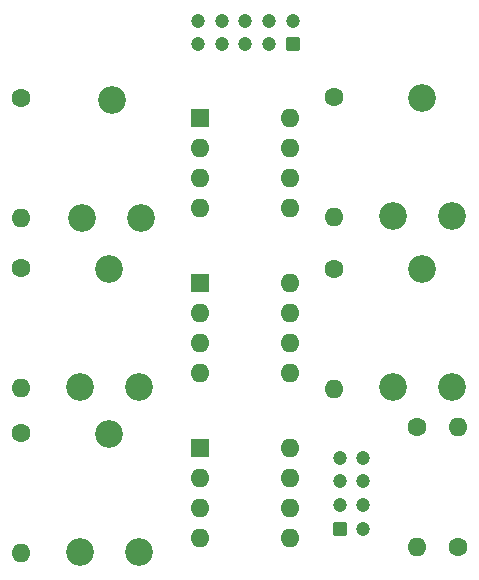
<source format=gbr>
%TF.GenerationSoftware,KiCad,Pcbnew,8.0.8*%
%TF.CreationDate,2025-04-30T14:04:23+02:00*%
%TF.ProjectId,Roboterhand,526f626f-7465-4726-9861-6e642e6b6963,rev?*%
%TF.SameCoordinates,Original*%
%TF.FileFunction,Soldermask,Bot*%
%TF.FilePolarity,Negative*%
%FSLAX46Y46*%
G04 Gerber Fmt 4.6, Leading zero omitted, Abs format (unit mm)*
G04 Created by KiCad (PCBNEW 8.0.8) date 2025-04-30 14:04:23*
%MOMM*%
%LPD*%
G01*
G04 APERTURE LIST*
G04 Aperture macros list*
%AMRoundRect*
0 Rectangle with rounded corners*
0 $1 Rounding radius*
0 $2 $3 $4 $5 $6 $7 $8 $9 X,Y pos of 4 corners*
0 Add a 4 corners polygon primitive as box body*
4,1,4,$2,$3,$4,$5,$6,$7,$8,$9,$2,$3,0*
0 Add four circle primitives for the rounded corners*
1,1,$1+$1,$2,$3*
1,1,$1+$1,$4,$5*
1,1,$1+$1,$6,$7*
1,1,$1+$1,$8,$9*
0 Add four rect primitives between the rounded corners*
20,1,$1+$1,$2,$3,$4,$5,0*
20,1,$1+$1,$4,$5,$6,$7,0*
20,1,$1+$1,$6,$7,$8,$9,0*
20,1,$1+$1,$8,$9,$2,$3,0*%
G04 Aperture macros list end*
%ADD10C,1.200000*%
%ADD11RoundRect,0.250000X0.350000X0.350000X-0.350000X0.350000X-0.350000X-0.350000X0.350000X-0.350000X0*%
%ADD12O,1.600000X1.600000*%
%ADD13R,1.600000X1.600000*%
%ADD14C,2.340000*%
%ADD15C,1.600000*%
%ADD16RoundRect,0.250000X0.350000X-0.350000X0.350000X0.350000X-0.350000X0.350000X-0.350000X-0.350000X0*%
G04 APERTURE END LIST*
D10*
%TO.C,J10*%
X146000000Y-70000000D03*
X146000000Y-72000000D03*
X148000000Y-70000000D03*
X148000000Y-72000000D03*
X150000000Y-70000000D03*
X150000000Y-72000000D03*
X152000000Y-70000000D03*
X152000000Y-72000000D03*
X154000000Y-70000000D03*
D11*
X154000000Y-72000000D03*
%TD*%
D12*
%TO.C,U3*%
X153820000Y-106200000D03*
X153820000Y-108740000D03*
X153820000Y-111280000D03*
X153820000Y-113820000D03*
X146200000Y-113820000D03*
X146200000Y-111280000D03*
X146200000Y-108740000D03*
D13*
X146200000Y-106200000D03*
%TD*%
%TO.C,U2*%
X146200000Y-92200000D03*
D12*
X146200000Y-94740000D03*
X146200000Y-97280000D03*
X146200000Y-99820000D03*
X153820000Y-99820000D03*
X153820000Y-97280000D03*
X153820000Y-94740000D03*
X153820000Y-92200000D03*
%TD*%
D13*
%TO.C,U1*%
X146200000Y-78200000D03*
D12*
X146200000Y-80740000D03*
X146200000Y-83280000D03*
X146200000Y-85820000D03*
X153820000Y-85820000D03*
X153820000Y-83280000D03*
X153820000Y-80740000D03*
X153820000Y-78200000D03*
%TD*%
D14*
%TO.C,RV5*%
X140975000Y-115000000D03*
X138475000Y-105000000D03*
X135975000Y-115000000D03*
%TD*%
%TO.C,RV4*%
X162475000Y-101000000D03*
X164975000Y-91000000D03*
X167475000Y-101000000D03*
%TD*%
%TO.C,RV3*%
X140975000Y-101000000D03*
X138475000Y-91000000D03*
X135975000Y-101000000D03*
%TD*%
%TO.C,RV2*%
X167475000Y-86500000D03*
X164975000Y-76500000D03*
X162475000Y-86500000D03*
%TD*%
%TO.C,RV1*%
X141206510Y-86725836D03*
X138706510Y-76725836D03*
X136206510Y-86725836D03*
%TD*%
D15*
%TO.C,R7*%
X131000000Y-104920000D03*
D12*
X131000000Y-115080000D03*
%TD*%
D15*
%TO.C,R6*%
X157500000Y-91000000D03*
D12*
X157500000Y-101160000D03*
%TD*%
D15*
%TO.C,R5*%
X131000000Y-90920000D03*
D12*
X131000000Y-101080000D03*
%TD*%
%TO.C,R4*%
X157500000Y-86580000D03*
D15*
X157500000Y-76420000D03*
%TD*%
%TO.C,R3*%
X131000000Y-76500000D03*
D12*
X131000000Y-86660000D03*
%TD*%
%TO.C,R2*%
X168000000Y-104420000D03*
D15*
X168000000Y-114580000D03*
%TD*%
D12*
%TO.C,R1*%
X164500000Y-114580000D03*
D15*
X164500000Y-104420000D03*
%TD*%
D16*
%TO.C,J1*%
X158000000Y-113000000D03*
D10*
X160000000Y-113000000D03*
X158000000Y-111000000D03*
X160000000Y-111000000D03*
X158000000Y-109000000D03*
X160000000Y-109000000D03*
X158000000Y-107000000D03*
X160000000Y-107000000D03*
%TD*%
M02*

</source>
